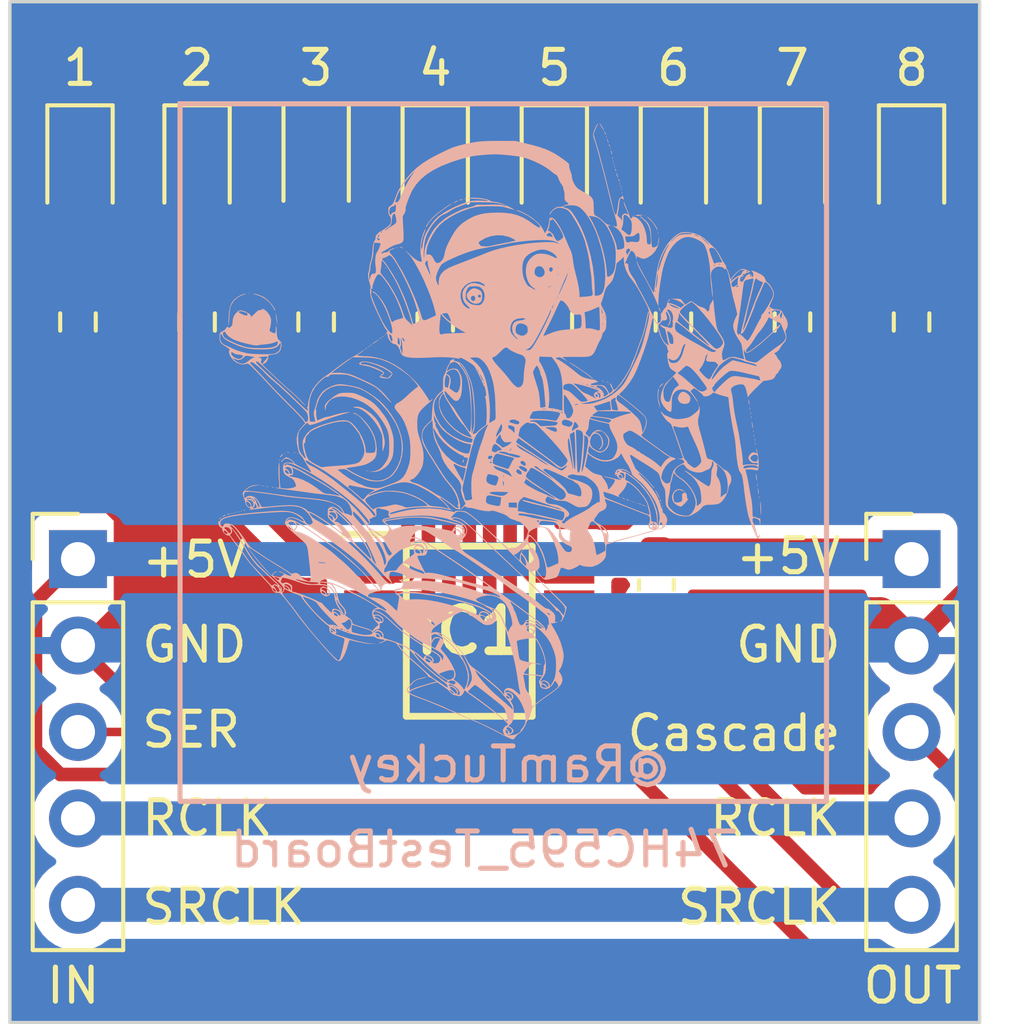
<source format=kicad_pcb>
(kicad_pcb (version 20221018) (generator pcbnew)
  (layers (0 "F.Cu" signal) (31 "B.Cu" signal) (34 "B.Paste" user) (35 "F.Paste" user) (36 "B.SilkS" user "B.Silkscreen") (37 "F.SilkS" user "F.Silkscreen") (38 "B.Mask" user) (39 "F.Mask" user) (44 "Edge.Cuts" user))
  (net 0 "")
  (net 1 "+5V")
  (net 2 "GND")
  (net 3 "Net-(D1-A)")
  (net 4 "Net-(D2-A)")
  (net 5 "Net-(D3-A)")
  (net 6 "Net-(D4-A)")
  (net 7 "Net-(D5-A)")
  (net 8 "Net-(D6-A)")
  (net 9 "Net-(D7-A)")
  (net 10 "Net-(D8-A)")
  (net 11 "Net-(IC1-Q1)")
  (net 12 "Net-(IC1-Q2)")
  (net 13 "Net-(IC1-Q3)")
  (net 14 "Net-(IC1-Q4)")
  (net 15 "Net-(IC1-Q5)")
  (net 16 "Net-(IC1-Q6)")
  (net 17 "Net-(IC1-Q7)")
  (net 18 "/Cascade")
  (net 19 "/SRCLK")
  (net 20 "/RCLK")
  (net 21 "/SER")
  (net 22 "Net-(IC1-Q0)")
  (footprint "LED_SMD:LED_0805_2012Metric_Pad1.15x1.40mm_HandSolder" (layer "F.Cu") (at 201.5 82.905 -90)
    (fp_text reference "D7" hide)
    (fp_text value "Green" hide)
    (pad "1" smd roundrect (at -1.025 0 270) (size 1.15 1.4) (layers "F.Cu" "F.Paste" "F.Mask") (roundrect_rratio 0.2173913043) (net 2 "GND"))
    (pad "2" smd roundrect (at 1.025 0 270) (size 1.15 1.4) (layers "F.Cu" "F.Paste" "F.Mask") (roundrect_rratio 0.2173913043) (net 9 "Net-(D7-A)"))
  )
  (footprint "LED_SMD:LED_0805_2012Metric_Pad1.15x1.40mm_HandSolder" (layer "F.Cu") (at 205 82.905 -90)
    (fp_text reference "D8" hide)
    (fp_text value "Green" hide)
    (pad "1" smd roundrect (at -1.025 0 270) (size 1.15 1.4) (layers "F.Cu" "F.Paste" "F.Mask") (roundrect_rratio 0.2173913043) (net 2 "GND"))
    (pad "2" smd roundrect (at 1.025 0 270) (size 1.15 1.4) (layers "F.Cu" "F.Paste" "F.Mask") (roundrect_rratio 0.2173913043) (net 10 "Net-(D8-A)"))
  )
  (footprint "Resistor_SMD:R_0603_1608Metric_Pad0.98x0.95mm_HandSolder" (layer "F.Cu") (at 194.5 87.4125 90)
    (fp_text reference "R5" hide)
    (fp_text value "330" hide)
    (pad "1" smd roundrect (at -0.9125 0 90) (size 0.975 0.95) (layers "F.Cu" "F.Paste" "F.Mask") (net 14 "Net-(IC1-Q4)"))
    (pad "2" smd roundrect (at 0.9125 0 90) (size 0.975 0.95) (layers "F.Cu" "F.Paste" "F.Mask") (net 7 "Net-(D5-A)"))
  )
  (footprint "Resistor_SMD:R_0603_1608Metric_Pad0.98x0.95mm_HandSolder" (layer "F.Cu") (at 184 87.4125 90)
    (fp_text reference "R2" hide)
    (fp_text value "330" hide)
    (pad "1" smd roundrect (at -0.9125 0 90) (size 0.975 0.95) (layers "F.Cu" "F.Paste" "F.Mask") (net 11 "Net-(IC1-Q1)"))
    (pad "2" smd roundrect (at 0.9125 0 90) (size 0.975 0.95) (layers "F.Cu" "F.Paste" "F.Mask") (net 4 "Net-(D2-A)"))
  )
  (footprint "LED_SMD:LED_0805_2012Metric_Pad1.15x1.40mm_HandSolder" (layer "F.Cu") (at 194.5 82.905 -90)
    (fp_text reference "D5" hide)
    (fp_text value "Green" hide)
    (pad "1" smd roundrect (at -1.025 0 270) (size 1.15 1.4) (layers "F.Cu" "F.Paste" "F.Mask") (roundrect_rratio 0.2173913043) (net 2 "GND"))
    (pad "2" smd roundrect (at 1.025 0 270) (size 1.15 1.4) (layers "F.Cu" "F.Paste" "F.Mask") (roundrect_rratio 0.2173913043) (net 7 "Net-(D5-A)"))
  )
  (footprint "Capacitor_SMD:C_0603_1608Metric_Pad1.08x0.95mm_HandSolder" (layer "F.Cu") (at 197.5 95.1375 -90)
    (fp_text reference "C1" hide)
    (fp_text value "0.1u")
    (pad "1" smd roundrect (at -0.8625 0 270) (size 1.075 0.95) (layers "F.Cu" "F.Paste" "F.Mask") (net 1 "+5V"))
    (pad "2" smd roundrect (at 0.8625 0 270) (size 1.075 0.95) (layers "F.Cu" "F.Paste" "F.Mask") (net 2 "GND"))
  )
  (footprint "Resistor_SMD:R_0603_1608Metric_Pad0.98x0.95mm_HandSolder" (layer "F.Cu") (at 201.5 87.4125 90)
    (fp_text reference "R7" hide)
    (fp_text value "330" hide)
    (pad "1" smd roundrect (at -0.9125 0 90) (size 0.975 0.95) (layers "F.Cu" "F.Paste" "F.Mask") (net 16 "Net-(IC1-Q6)"))
    (pad "2" smd roundrect (at 0.9125 0 90) (size 0.975 0.95) (layers "F.Cu" "F.Paste" "F.Mask") (net 9 "Net-(D7-A)"))
  )
  (footprint "Resistor_SMD:R_0603_1608Metric_Pad0.98x0.95mm_HandSolder" (layer "F.Cu") (at 180.5 87.4125 90)
    (fp_text reference "R1" hide)
    (fp_text value "330" hide)
    (pad "1" smd roundrect (at -0.9125 0 90) (size 0.975 0.95) (layers "F.Cu" "F.Paste" "F.Mask") (net 22 "Net-(IC1-Q0)"))
    (pad "2" smd roundrect (at 0.9125 0 90) (size 0.975 0.95) (layers "F.Cu" "F.Paste" "F.Mask") (net 3 "Net-(D1-A)"))
  )
  (footprint "LED_SMD:LED_0805_2012Metric_Pad1.15x1.40mm_HandSolder" (layer "F.Cu") (at 198 82.905 -90)
    (fp_text reference "D6" hide)
    (fp_text value "Green" hide)
    (pad "1" smd roundrect (at -1.025 0 270) (size 1.15 1.4) (layers "F.Cu" "F.Paste" "F.Mask") (roundrect_rratio 0.2173913043) (net 2 "GND"))
    (pad "2" smd roundrect (at 1.025 0 270) (size 1.15 1.4) (layers "F.Cu" "F.Paste" "F.Mask") (roundrect_rratio 0.2173913043) (net 8 "Net-(D6-A)"))
  )
  (footprint "LED_SMD:LED_0805_2012Metric_Pad1.15x1.40mm_HandSolder" (layer "F.Cu") (at 187.5 82.85 -90)
    (fp_text reference "D3" hide)
    (fp_text value "Green" hide)
    (pad "1" smd roundrect (at -1.025 0 270) (size 1.15 1.4) (layers "F.Cu" "F.Paste" "F.Mask") (roundrect_rratio 0.2173913043) (net 2 "GND"))
    (pad "2" smd roundrect (at 1.025 0 270) (size 1.15 1.4) (layers "F.Cu" "F.Paste" "F.Mask") (roundrect_rratio 0.2173913043) (net 5 "Net-(D3-A)"))
  )
  (footprint "Connector_PinHeader_2.54mm:PinHeader_1x05_P2.54mm_Vertical" (layer "F.Cu") (at 205 94.38)
    (fp_text reference "J2" hide)
    (fp_text value "OUTPUT")
    (pad "1" thru_hole rect (at 0 0) (size 1.7 1.7) (drill 1) (layers "*.Cu" "*.Mask") (net 1 "+5V"))
    (pad "2" thru_hole oval (at 0 2.54) (size 1.7 1.7) (drill 1) (layers "*.Cu" "*.Mask") (net 2 "GND"))
    (pad "3" thru_hole oval (at 0 5.08) (size 1.7 1.7) (drill 1) (layers "*.Cu" "*.Mask") (net 18 "/Cascade"))
    (pad "4" thru_hole oval (at 0 7.62) (size 1.7 1.7) (drill 1) (layers "*.Cu" "*.Mask") (net 20 "/RCLK"))
    (pad "5" thru_hole oval (at 0 10.16) (size 1.7 1.7) (drill 1) (layers "*.Cu" "*.Mask") (net 19 "/SRCLK"))
  )
  (footprint "LED_SMD:LED_0805_2012Metric_Pad1.15x1.40mm_HandSolder" (layer "F.Cu") (at 191 82.905 -90)
    (fp_text reference "D4" hide)
    (fp_text value "Green" hide)
    (pad "1" smd roundrect (at -1.025 0 270) (size 1.15 1.4) (layers "F.Cu" "F.Paste" "F.Mask") (roundrect_rratio 0.2173913043) (net 2 "GND"))
    (pad "2" smd roundrect (at 1.025 0 270) (size 1.15 1.4) (layers "F.Cu" "F.Paste" "F.Mask") (roundrect_rratio 0.2173913043) (net 6 "Net-(D4-A)"))
  )
  (footprint "Resistor_SMD:R_0603_1608Metric_Pad0.98x0.95mm_HandSolder" (layer "F.Cu") (at 198 87.4125 90)
    (fp_text reference "R6" hide)
    (fp_text value "330" hide)
    (pad "1" smd roundrect (at -0.9125 0 90) (size 0.975 0.95) (layers "F.Cu" "F.Paste" "F.Mask") (net 15 "Net-(IC1-Q5)"))
    (pad "2" smd roundrect (at 0.9125 0 90) (size 0.975 0.95) (layers "F.Cu" "F.Paste" "F.Mask") (net 8 "Net-(D6-A)"))
  )
  (footprint "Resistor_SMD:R_0603_1608Metric_Pad0.98x0.95mm_HandSolder" (layer "F.Cu") (at 187.5 87.4125 90)
    (fp_text reference "R3" hide)
    (fp_text value "330" hide)
    (pad "1" smd roundrect (at -0.9125 0 90) (size 0.975 0.95) (layers "F.Cu" "F.Paste" "F.Mask") (net 12 "Net-(IC1-Q2)"))
    (pad "2" smd roundrect (at 0.9125 0 90) (size 0.975 0.95) (layers "F.Cu" "F.Paste" "F.Mask") (net 5 "Net-(D3-A)"))
  )
  (footprint "LED_SMD:LED_0805_2012Metric_Pad1.15x1.40mm_HandSolder" (layer "F.Cu") (at 180.56 82.905 -90)
    (fp_text reference "D1" hide)
    (fp_text value "Green" hide)
    (pad "1" smd roundrect (at -1.025 0 270) (size 1.15 1.4) (layers "F.Cu" "F.Paste" "F.Mask") (roundrect_rratio 0.2173913043) (net 2 "GND"))
    (pad "2" smd roundrect (at 1.025 0 270) (size 1.15 1.4) (layers "F.Cu" "F.Paste" "F.Mask") (roundrect_rratio 0.2173913043) (net 3 "Net-(D1-A)"))
  )
  (footprint "Resistor_SMD:R_0603_1608Metric_Pad0.98x0.95mm_HandSolder" (layer "F.Cu") (at 205 87.4125 90)
    (fp_text reference "R8" hide)
    (fp_text value "330" hide)
    (pad "1" smd roundrect (at -0.9125 0 90) (size 0.975 0.95) (layers "F.Cu" "F.Paste" "F.Mask") (net 17 "Net-(IC1-Q7)"))
    (pad "2" smd roundrect (at 0.9125 0 90) (size 0.975 0.95) (layers "F.Cu" "F.Paste" "F.Mask") (net 10 "Net-(D8-A)"))
  )
  (footprint "LED_SMD:LED_0805_2012Metric_Pad1.15x1.40mm_HandSolder" (layer "F.Cu") (at 184 82.905 -90)
    (fp_text reference "D2" hide)
    (fp_text value "Green" hide)
    (pad "1" smd roundrect (at -1.025 0 270) (size 1.15 1.4) (layers "F.Cu" "F.Paste" "F.Mask") (roundrect_rratio 0.2173913043) (net 2 "GND"))
    (pad "2" smd roundrect (at 1.025 0 270) (size 1.15 1.4) (layers "F.Cu" "F.Paste" "F.Mask") (roundrect_rratio 0.2173913043) (net 4 "Net-(D2-A)"))
  )
  (footprint "Resistor_SMD:R_0603_1608Metric_Pad0.98x0.95mm_HandSolder" (layer "F.Cu") (at 191 87.4125 90)
    (fp_text reference "R4" hide)
    (fp_text value "330" hide)
    (pad "1" smd roundrect (at -0.9125 0 90) (size 0.975 0.95) (layers "F.Cu" "F.Paste" "F.Mask") (net 13 "Net-(IC1-Q3)"))
    (pad "2" smd roundrect (at 0.9125 0 90) (size 0.975 0.95) (layers "F.Cu" "F.Paste" "F.Mask") (net 6 "Net-(D4-A)"))
  )
  (footprint "Connector_PinHeader_2.54mm:PinHeader_1x05_P2.54mm_Vertical" (layer "F.Cu") (at 180.5 94.38)
    (fp_text reference "J1" hide)
    (fp_text value "INPUT")
    (pad "1" thru_hole rect (at 0 0) (size 1.7 1.7) (drill 1) (layers "*.Cu" "*.Mask") (net 1 "+5V"))
    (pad "2" thru_hole oval (at 0 2.54) (size 1.7 1.7) (drill 1) (layers "*.Cu" "*.Mask") (net 2 "GND"))
    (pad "3" thru_hole oval (at 0 5.08) (size 1.7 1.7) (drill 1) (layers "*.Cu" "*.Mask") (net 21 "/SER"))
    (pad "4" thru_hole oval (at 0 7.62) (size 1.7 1.7) (drill 1) (layers "*.Cu" "*.Mask") (net 20 "/RCLK"))
    (pad "5" thru_hole oval (at 0 10.16) (size 1.7 1.7) (drill 1) (layers "*.Cu" "*.Mask") (net 19 "/SRCLK"))
  )
  (footprint "SamacSys_Parts:SOP65P640X108-16N" (layer "F.Cu") (at 192 96.5)
    (fp_text reference "IC1" (at 0 0) (layer "F.SilkS") (effects (font (size 1.27 1.27) (thickness 0.254))))
    (fp_text value "74HC595T16-13" hide)
    (pad "1" smd rect (at -2.938 -2.275 90) (size 0.45 1.475) (layers "F.Cu" "F.Paste" "F.Mask") (net 11 "Net-(IC1-Q1)"))
    (pad "2" smd rect (at -2.938 -1.625 90) (size 0.45 1.475) (layers "F.Cu" "F.Paste" "F.Mask") (net 12 "Net-(IC1-Q2)"))
    (pad "3" smd rect (at -2.938 -0.975 90) (size 0.45 1.475) (layers "F.Cu" "F.Paste" "F.Mask") (net 13 "Net-(IC1-Q3)"))
    (pad "4" smd rect (at -2.938 -0.325 90) (size 0.45 1.475) (layers "F.Cu" "F.Paste" "F.Mask") (net 14 "Net-(IC1-Q4)"))
    (pad "5" smd rect (at -2.938 0.325 90) (size 0.45 1.475) (layers "F.Cu" "F.Paste" "F.Mask") (net 15 "Net-(IC1-Q5)"))
    (pad "6" smd rect (at -2.938 0.975 90) (size 0.45 1.475) (layers "F.Cu" "F.Paste" "F.Mask") (net 16 "Net-(IC1-Q6)"))
    (pad "7" smd rect (at -2.938 1.625 90) (size 0.45 1.475) (layers "F.Cu" "F.Paste" "F.Mask") (net 17 "Net-(IC1-Q7)"))
    (pad "8" smd rect (at -2.938 2.275 90) (size 0.45 1.475) (layers "F.Cu" "F.Paste" "F.Mask") (net 2 "GND"))
    (pad "9" smd rect (at 2.938 2.275 90) (size 0.45 1.475) (layers "F.Cu" "F.Paste" "F.Mask") (net 18 "/Cascade"))
    (pad "10" smd rect (at 2.938 1.625 90) (size 0.45 1.475) (layers "F.Cu" "F.Paste" "F.Mask") (net 1 "+5V"))
    (pad "11" smd rect (at 2.938 0.975 90) (size 0.45 1.475) (layers "F.Cu" "F.Paste" "F.Mask") (net 19 "/SRCLK"))
    (pad "12" smd rect (at 2.938 0.325 90) (size 0.45 1.475) (layers "F.Cu" "F.Paste" "F.Mask") (net 20 "/RCLK"))
    (pad "13" smd rect (at 2.938 -0.325 90) (size 0.45 1.475) (layers "F.Cu" "F.Paste" "F.Mask") (net 2 "GND"))
    (pad "14" smd rect (at 2.938 -0.975 90) (size 0.45 1.475) (layers "F.Cu" "F.Paste" "F.Mask") (net 21 "/SER"))
    (pad "15" smd rect (at 2.938 -1.625 90) (size 0.45 1.475) (layers "F.Cu" "F.Paste" "F.Mask") (net 22 "Net-(IC1-Q0)"))
    (pad "16" smd rect (at 2.938 -2.275 90) (size 0.45 1.475) (layers "F.Cu" "F.Paste" "F.Mask") (net 1 "+5V"))
  )
  (footprint "logo:logo_20mm" (layer "B.Cu") (at 193 90.5 180)
    (fp_text reference "G***" hide)
    (fp_text value "LOGO" hide)
  )
  (gr_rect (start 183.5 81) (end 202.5 101.5) (stroke (width 0.15)) (fill none) (layer "B.SilkS"))
  (gr_rect (start 178.5 78) (end 207 108) (stroke (width 0.1)) (fill none) (layer "Edge.Cuts"))
  (gr_text "@RamTuckey" (at 198 101) (layer "B.SilkS") (effects (font (size 1 1)) (justify left bottom mirror)))
  (gr_text "74HC595_TestBoard" (at 200 103.5) (layer "B.SilkS") (effects (font (size 1 1)) (justify left bottom mirror)))
  (gr_text "+5V" (at 203 94.88) (layer "F.SilkS") (effects (font (size 1 1)) (justify right bottom)))
  (gr_text "GND" (at 182.3 97.48) (layer "F.SilkS") (effects (font (size 1 1)) (justify left bottom)))
  (gr_text "8" (at 205 79.945) (layer "F.SilkS") (effects (font (size 1 1))))
  (gr_text "RCLK" (at 203 102.58) (layer "F.SilkS") (effects (font (size 1 1)) (justify right bottom)))
  (gr_text "RCLK" (at 182.3 102.58) (layer "F.SilkS") (effects (font (size 1 1)) (justify left bottom)))
  (gr_text "Cascade" (at 203 100.08) (layer "F.SilkS") (effects (font (size 1 1)) (justify right bottom)))
  (gr_text "4" (at 191 79.945) (layer "F.SilkS") (effects (font (size 1 1))))
  (gr_text "3" (at 187.5 79.945) (layer "F.SilkS") (effects (font (size 1 1))))
  (gr_text "IN" (at 179.5 107.5) (layer "F.SilkS") (effects (font (size 1 1)) (justify left bottom)))
  (gr_text "SRCLK" (at 203 105.18) (layer "F.SilkS") (effects (font (size 1 1)) (justify right bottom)))
  (gr_text "SRCLK" (at 182.3 105.18) (layer "F.SilkS") (effects (font (size 1 1)) (justify left bottom)))
  (gr_text "7" (at 201.5 79.945) (layer "F.SilkS") (effects (font (size 1 1))))
  (gr_text "OUT" (at 203.5 107.5) (layer "F.SilkS") (effects (font (size 1 1)) (justify left bottom)))
  (gr_text "+5V" (at 182.3 94.98) (layer "F.SilkS") (effects (font (size 1 1)) (justify left bottom)))
  (gr_text "SER" (at 182.3 99.98) (layer "F.SilkS") (effects (font (size 1 1)) (justify left bottom)))
  (gr_text "1" (at 180.56 79.945) (layer "F.SilkS") (effects (font (size 1 1))))
  (gr_text "6" (at 198 79.945) (layer "F.SilkS") (effects (font (size 1 1))))
  (gr_text "GND" (at 203 97.48) (layer "F.SilkS") (effects (font (size 1 1)) (justify right bottom)))
  (gr_text "5" (at 194.5 79.945) (layer "F.SilkS") (effects (font (size 1 1))))
  (gr_text "2" (at 184 79.945) (layer "F.SilkS") (effects (font (size 1 1))))
  (segment (start 179.25 99.977767) (end 179.25 95.63) (width 0.4) (layer "F.Cu") (net 1))
  (segment (start 194.938 94.225) (end 197.45 94.225) (width 0.4) (layer "F.Cu") (net 1))
  (segment (start 204.895 94.275) (end 205 94.38) (width 1) (layer "F.Cu") (net 1))
  (segment (start 194.011396 98.125) (end 191.426396 100.71) (width 0.4) (layer "F.Cu") (net 1))
  (segment (start 179.25 95.63) (end 180.5 94.38) (width 0.4) (layer "F.Cu") (net 1))
  (segment (start 197.5 94.275) (end 204.895 94.275) (width 1) (layer "F.Cu") (net 1))
  (segment (start 179.982233 100.71) (end 179.25 99.977767) (width 0.4) (layer "F.Cu") (net 1))
  (segment (start 197.45 94.225) (end 197.5 94.275) (width 0.4) (layer "F.Cu") (net 1))
  (segment (start 191.426396 100.71) (end 179.982233 100.71) (width 0.4) (layer "F.Cu") (net 1))
  (segment (start 194.938 98.125) (end 194.011396 98.125) (width 0.4) (layer "F.Cu") (net 1))
  (segment (start 205 94.38) (end 180.5 94.38) (width 1) (layer "B.Cu") (net 1))
  (segment (start 181.08 96.92) (end 180.5 96.92) (width 1) (layer "F.Cu") (net 2))
  (segment (start 182.355 98.775) (end 180.5 96.92) (width 0.4) (layer "F.Cu") (net 2))
  (segment (start 206.7 83.58) (end 206.7 95.22) (width 0.6) (layer "F.Cu") (net 2))
  (segment (start 206.7 95.22) (end 205 96.92) (width 0.6) (layer "F.Cu") (net 2))
  (segment (start 189.062 98.775) (end 182.355 98.775) (width 0.4) (layer "F.Cu") (net 2))
  (segment (start 180.56 81.88) (end 180.491497 81.88) (width 1) (layer "F.Cu") (net 2))
  (segment (start 205 81.88) (end 180.56 81.88) (width 1) (layer "F.Cu") (net 2))
  (segment (start 180.491497 81.88) (end 179 83.371497) (width 1) (layer "F.Cu") (net 2))
  (segment (start 182.05 93.05) (end 182.05 95.95) (width 1) (layer "F.Cu") (net 2))
  (segment (start 179 90) (end 182.05 93.05) (width 1) (layer "F.Cu") (net 2))
  (segment (start 182.05 95.95) (end 181.08 96.92) (width 1) (layer "F.Cu") (net 2))
  (segment (start 194.938 96.175) (end 197.325 96.175) (width 0.4) (layer "F.Cu") (net 2))
  (segment (start 179 83.371497) (end 179 90) (width 1) (layer "F.Cu") (net 2))
  (segment (start 205 81.88) (end 206.7 83.58) (width 0.6) (layer "F.Cu") (net 2))
  (segment (start 197.5 96) (end 204.08 96) (width 1) (layer "F.Cu") (net 2))
  (segment (start 204.08 96) (end 205 96.92) (width 1) (layer "F.Cu") (net 2))
  (segment (start 197.325 96.175) (end 197.5 96) (width 0.4) (layer "F.Cu") (net 2))
  (segment (start 180.5 96.92) (end 205 96.92) (width 1) (layer "B.Cu") (net 2))
  (segment (start 180.56 83.93) (end 180.56 86.44) (width 1) (layer "F.Cu") (net 3))
  (segment (start 180.56 86.44) (end 180.5 86.5) (width 1) (layer "F.Cu") (net 3))
  (segment (start 184 83.93) (end 184 86.5) (width 1) (layer "F.Cu") (net 4))
  (segment (start 187.5 83.875) (end 187.5 86.5) (width 1) (layer "F.Cu") (net 5))
  (segment (start 191 83.93) (end 191 86.5) (width 1) (layer "F.Cu") (net 6))
  (segment (start 194.5 83.93) (end 194.5 86.5) (width 1) (layer "F.Cu") (net 7))
  (segment (start 198 83.93) (end 198 86.5) (width 1) (layer "F.Cu") (net 8))
  (segment (start 201.5 83.93) (end 201.5 86.5) (width 1) (layer "F.Cu") (net 9))
  (segment (start 205 83.93) (end 205 86.5) (width 1) (layer "F.Cu") (net 10))
  (segment (start 184 91) (end 184 88.325) (width 0.4) (layer "F.Cu") (net 11))
  (segment (start 187.225 94.225) (end 184 91) (width 0.4) (layer "F.Cu") (net 11))
  (segment (start 189.062 94.225) (end 187.225 94.225) (width 0.4) (layer "F.Cu") (net 11))
  (segment (start 190.2005 94.849) (end 190.2005 91.0255) (width 0.4) (layer "F.Cu") (net 12))
  (segment (start 189.062 94.875) (end 190.1745 94.875) (width 0.4) (layer "F.Cu") (net 12))
  (segment (start 190.2005 91.0255) (end 187.5 88.325) (width 0.4) (layer "F.Cu") (net 12))
  (segment (start 190.1745 94.875) (end 190.2005 94.849) (width 0.4) (layer "F.Cu") (net 12))
  (segment (start 189.062 95.525) (end 190.8005 95.525) (width 0.4) (layer "F.Cu") (net 13))
  (segment (start 191 90.976472) (end 191 88.325) (width 0.4) (layer "F.Cu") (net 13))
  (segment (start 190.8005 91.175972) (end 191 90.976472) (width 0.4) (layer "F.Cu") (net 13))
  (segment (start 190.8005 95.525) (end 190.8005 91.175972) (width 0.4) (layer "F.Cu") (net 13))
  (segment (start 194.5 88.325) (end 191.4005 91.4245) (width 0.4) (layer "F.Cu") (net 14))
  (segment (start 191.4005 96.053916) (end 191.279416 96.175) (width 0.4) (layer "F.Cu") (net 14))
  (segment (start 191.279416 96.175) (end 189.062 96.175) (width 0.4) (layer "F.Cu") (net 14))
  (segment (start 191.4005 91.4245) (end 191.4005 96.053916) (width 0.4) (layer "F.Cu") (net 14))
  (segment (start 198 89.5) (end 198 88.325) (width 0.4) (layer "F.Cu") (net 15))
  (segment (start 192.0005 91.9995) (end 194.5 89.5) (width 0.4) (layer "F.Cu") (net 15))
  (segment (start 189.062 96.825) (end 192.0005 96.825) (width 0.4) (layer "F.Cu") (net 15))
  (segment (start 194.5 89.5) (end 198 89.5) (width 0.4) (layer "F.Cu") (net 15))
  (segment (start 192.0005 96.825) (end 192.0005 91.9995) (width 0.4) (layer "F.Cu") (net 15))
  (segment (start 201.5 88.325) (end 199.725 90.1) (width 0.4) (layer "F.Cu") (net 16))
  (segment (start 192.327944 97.475) (end 189.062 97.475) (width 0.4) (layer "F.Cu") (net 16))
  (segment (start 194.9 90.1) (end 192.6005 92.3995) (width 0.4) (layer "F.Cu") (net 16))
  (segment (start 192.6005 92.3995) (end 192.6005 97.202444) (width 0.4) (layer "F.Cu") (net 16))
  (segment (start 199.725 90.1) (end 194.9 90.1) (width 0.4) (layer "F.Cu") (net 16))
  (segment (start 192.6005 97.202444) (end 192.327944 97.475) (width 0.4) (layer "F.Cu") (net 16))
  (segment (start 199.973528 90.7) (end 195.148528 90.7) (width 0.4) (layer "F.Cu") (net 17))
  (segment (start 193.2005 92.648028) (end 193.2005 97.450972) (width 0.4) (layer "F.Cu") (net 17))
  (segment (start 192.526472 98.125) (end 189.062 98.125) (width 0.4) (layer "F.Cu") (net 17))
  (segment (start 205 88.325) (end 203.825 89.5) (width 0.4) (layer "F.Cu") (net 17))
  (segment (start 195.148528 90.7) (end 193.2005 92.648028) (width 0.4) (layer "F.Cu") (net 17))
  (segment (start 201.173528 89.5) (end 199.973528 90.7) (width 0.4) (layer "F.Cu") (net 17))
  (segment (start 203.825 89.5) (end 201.173528 89.5) (width 0.4) (layer "F.Cu") (net 17))
  (segment (start 193.2005 97.450972) (end 192.526472 98.125) (width 0.4) (layer "F.Cu") (net 17))
  (segment (start 202.663 106.5) (end 206.5 106.5) (width 0.4) (layer "F.Cu") (net 18))
  (segment (start 206.5 106.5) (end 206.8 106.2) (width 0.4) (layer "F.Cu") (net 18))
  (segment (start 206.8 106.2) (end 206.8 101.26) (width 0.4) (layer "F.Cu") (net 18))
  (segment (start 206.8 101.26) (end 205 99.46) (width 0.4) (layer "F.Cu") (net 18))
  (segment (start 194.938 98.775) (end 202.663 106.5) (width 0.4) (layer "F.Cu") (net 18))
  (segment (start 203.1405 104.54) (end 205 104.54) (width 0.4) (layer "F.Cu") (net 19))
  (segment (start 196.0755 97.475) (end 203.1405 104.54) (width 0.4) (layer "F.Cu") (net 19))
  (segment (start 194.938 97.475) (end 196.0755 97.475) (width 0.4) (layer "F.Cu") (net 19))
  (segment (start 205 104.54) (end 180.5 104.54) (width 1) (layer "B.Cu") (net 19))
  (segment (start 194.938 96.825) (end 196.325 96.825) (width 0.4) (layer "F.Cu") (net 20))
  (segment (start 201.5 102) (end 205 102) (width 0.4) (layer "F.Cu") (net 20))
  (segment (start 196.325 96.825) (end 201.5 102) (width 0.4) (layer "F.Cu") (net 20))
  (segment (start 180.5 102) (end 205 102) (width 1) (layer "B.Cu") (net 20))
  (segment (start 193.7255 97.668434) (end 191.933934 99.46) (width 0.25) (layer "F.Cu") (net 21))
  (segment (start 193.9505 95.525) (end 193.7255 95.75) (width 0.25) (layer "F.Cu") (net 21))
  (segment (start 193.7255 95.75) (end 193.7255 97.668434) (width 0.25) (layer "F.Cu") (net 21))
  (segment (start 191.933934 99.46) (end 180.5 99.46) (width 0.25) (layer "F.Cu") (net 21))
  (segment (start 194.938 95.525) (end 193.9505 95.525) (width 0.25) (layer "F.Cu") (net 21))
  (segment (start 194.938 94.875) (end 193.8255 94.875) (width 0.4) (layer "F.Cu") (net 22))
  (segment (start 206 87.935939) (end 205.501561 87.4375) (width 0.4) (layer "F.Cu") (net 22))
  (segment (start 193.8005 94.85) (end 193.8005 92.896556) (width 0.4) (layer "F.Cu") (net 22))
  (segment (start 195.197056 91.5) (end 203.298439 91.5) (width 0.4) (layer "F.Cu") (net 22))
  (segment (start 193.8005 92.896556) (end 195.197056 91.5) (width 0.4) (layer "F.Cu") (net 22))
  (segment (start 203.298439 91.5) (end 206 88.798439) (width 0.4) (layer "F.Cu") (net 22))
  (segment (start 205.501561 87.4375) (end 181.3875 87.4375) (width 0.4) (layer "F.Cu") (net 22))
  (segment (start 206 88.798439) (end 206 87.935939) (width 0.4) (layer "F.Cu") (net 22))
  (segment (start 193.8255 94.875) (end 193.8005 94.85) (width 0.4) (layer "F.Cu") (net 22))
  (segment (start 181.3875 87.4375) (end 180.5 88.325) (width 0.4) (layer "F.Cu") (net 22))
  (zone (net 2) (net_name "GND") (layers "F&B.Cu") (connect_pads (clearance 0.5)) (min_thickness 0.25) (fill yes (thermal_gap 0.5) (thermal_bridge_width 0.5))
    (polygon (pts (xy 178.5 78) (xy 207 78) (xy 207 108) (xy 178.5 108)))
  )
)
</source>
